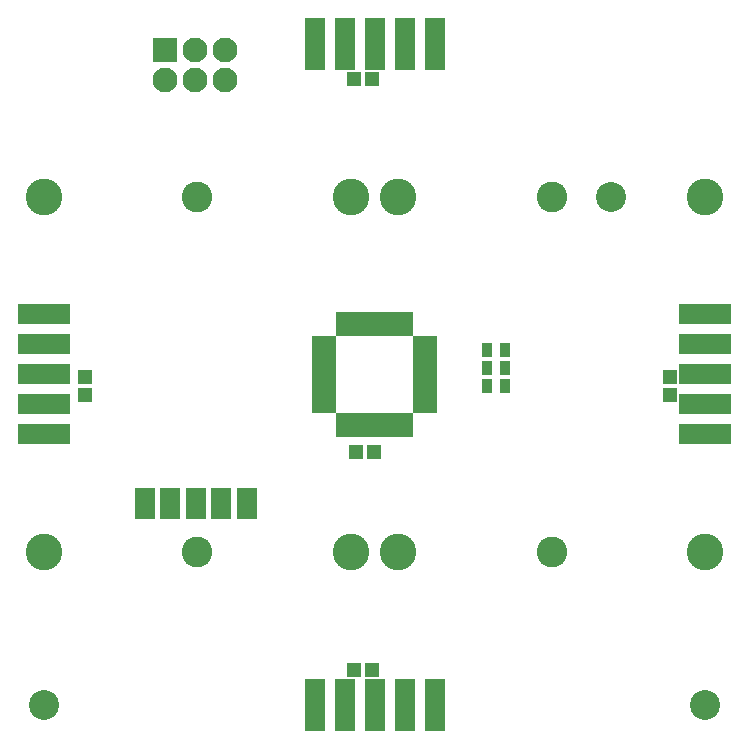
<source format=gbr>
G04 #@! TF.FileFunction,Soldermask,Bot*
%FSLAX46Y46*%
G04 Gerber Fmt 4.6, Leading zero omitted, Abs format (unit mm)*
G04 Created by KiCad (PCBNEW 4.0.6) date Saturday 24 June 2017 19:05:42*
%MOMM*%
%LPD*%
G01*
G04 APERTURE LIST*
%ADD10C,0.100000*%
%ADD11R,1.200000X1.150000*%
%ADD12R,1.150000X1.200000*%
%ADD13C,2.540000*%
%ADD14R,2.100000X2.100000*%
%ADD15C,2.100000*%
%ADD16C,2.600000*%
%ADD17C,3.100000*%
%ADD18R,0.900000X1.300000*%
%ADD19R,0.950000X2.000000*%
%ADD20R,2.000000X0.950000*%
%ADD21R,1.670000X1.370000*%
%ADD22R,1.670000X4.400000*%
%ADD23R,4.400000X1.670000*%
G04 APERTURE END LIST*
D10*
D11*
X28461000Y23414000D03*
X29961000Y23414000D03*
D12*
X5500000Y28250000D03*
X5500000Y29750000D03*
D11*
X28250000Y55000000D03*
X29750000Y55000000D03*
D12*
X55000000Y28250000D03*
X55000000Y29750000D03*
D11*
X28250000Y5000000D03*
X29750000Y5000000D03*
D13*
X58000000Y2000000D03*
X2000000Y2000000D03*
X50000000Y45000000D03*
D14*
X12256500Y57488100D03*
D15*
X12256500Y54948100D03*
X14796500Y57488100D03*
X14796500Y54948100D03*
X17336500Y57488100D03*
X17336500Y54948100D03*
D16*
X15000000Y45000000D03*
D17*
X32000000Y45000000D03*
D18*
X41010000Y32050000D03*
X39510000Y32050000D03*
X41010000Y30526000D03*
X39510000Y30526000D03*
X41010000Y29002000D03*
X39510000Y29002000D03*
D19*
X32800000Y25750000D03*
X32000000Y25750000D03*
X31200000Y25750000D03*
X30400000Y25750000D03*
X29600000Y25750000D03*
X28800000Y25750000D03*
X28000000Y25750000D03*
X27200000Y25750000D03*
D20*
X25750000Y27200000D03*
X25750000Y28000000D03*
X25750000Y28800000D03*
X25750000Y29600000D03*
X25750000Y30400000D03*
X25750000Y31200000D03*
X25750000Y32000000D03*
X25750000Y32800000D03*
D19*
X27200000Y34250000D03*
X28000000Y34250000D03*
X28800000Y34250000D03*
X29600000Y34250000D03*
X30400000Y34250000D03*
X31200000Y34250000D03*
X32000000Y34250000D03*
X32800000Y34250000D03*
D20*
X34250000Y32800000D03*
X34250000Y32000000D03*
X34250000Y31200000D03*
X34250000Y30400000D03*
X34250000Y29600000D03*
X34250000Y28800000D03*
X34250000Y28000000D03*
X34250000Y27200000D03*
D16*
X45000000Y45000000D03*
X15000000Y15000000D03*
X45000000Y15000000D03*
D17*
X2000000Y45000000D03*
X28000000Y45000000D03*
X58000000Y45000000D03*
X2000000Y15000000D03*
X28000000Y15000000D03*
X32000000Y15000000D03*
X58000000Y15000000D03*
D21*
X10542000Y19736000D03*
X10542000Y18456000D03*
X12701000Y19736000D03*
X12701000Y18456000D03*
X14860000Y19736000D03*
X14860000Y18456000D03*
X17019000Y19736000D03*
X17019000Y18456000D03*
X19178000Y19736000D03*
X19178000Y18456000D03*
D22*
X35080000Y2000000D03*
X32540000Y2000000D03*
X30000000Y2000000D03*
X27460000Y2000000D03*
X24920000Y2000000D03*
D23*
X58000000Y35080000D03*
X58000000Y32540000D03*
X58000000Y30000000D03*
X58000000Y27460000D03*
X58000000Y24920000D03*
D22*
X35080000Y58000000D03*
X32540000Y58000000D03*
X30000000Y58000000D03*
X27460000Y58000000D03*
X24920000Y58000000D03*
D23*
X2000000Y35080000D03*
X2000000Y32540000D03*
X2000000Y30000000D03*
X2000000Y27460000D03*
X2000000Y24920000D03*
M02*

</source>
